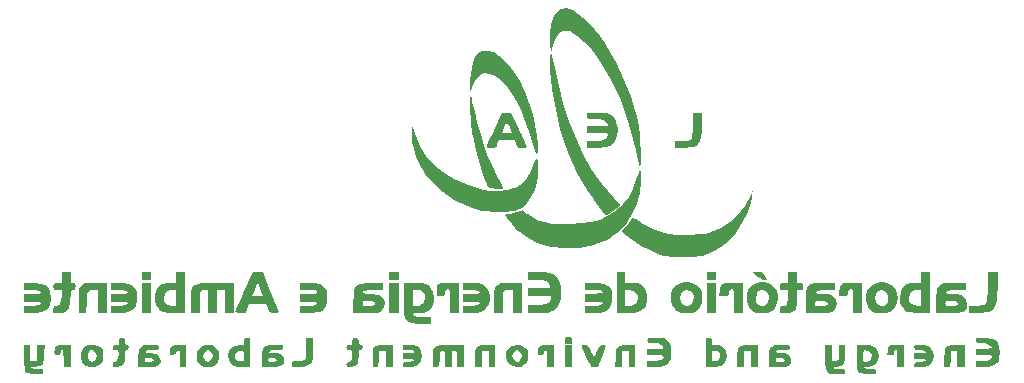
<source format=gbr>
%TF.GenerationSoftware,KiCad,Pcbnew,9.0.4*%
%TF.CreationDate,2025-10-04T22:47:02-03:00*%
%TF.ProjectId,mb,6d622e6b-6963-4616-945f-706362585858,rev?*%
%TF.SameCoordinates,Original*%
%TF.FileFunction,Legend,Bot*%
%TF.FilePolarity,Positive*%
%FSLAX46Y46*%
G04 Gerber Fmt 4.6, Leading zero omitted, Abs format (unit mm)*
G04 Created by KiCad (PCBNEW 9.0.4) date 2025-10-04 22:47:02*
%MOMM*%
%LPD*%
G01*
G04 APERTURE LIST*
%ADD10C,0.000000*%
G04 APERTURE END LIST*
D10*
%TO.C,G\u002A\u002A\u002A*%
G36*
X169074861Y-74171739D02*
G01*
X169074749Y-74228608D01*
X169058393Y-74831026D01*
X169008270Y-75288745D01*
X168915657Y-75623416D01*
X168771829Y-75856693D01*
X168568063Y-76010227D01*
X168295634Y-76105669D01*
X168077540Y-76139509D01*
X167754429Y-76166906D01*
X167403167Y-76180602D01*
X166789333Y-76189297D01*
X166789333Y-75891973D01*
X166789333Y-75594648D01*
X167382000Y-75594648D01*
X167590400Y-75592386D01*
X167880885Y-75567213D01*
X168081103Y-75494145D01*
X168207756Y-75348809D01*
X168277544Y-75106830D01*
X168307170Y-74743836D01*
X168313333Y-74235451D01*
X168313333Y-73216053D01*
X168694333Y-73216053D01*
X169075333Y-73216053D01*
X169074861Y-74171739D01*
G37*
G36*
X149527502Y-71764853D02*
G01*
X149578153Y-71903621D01*
X149645122Y-72184949D01*
X149733855Y-72621404D01*
X149834425Y-73100430D01*
X150068338Y-74049358D01*
X150349423Y-75025681D01*
X150666112Y-75996762D01*
X151006834Y-76929964D01*
X151360018Y-77792649D01*
X151714096Y-78552182D01*
X152057496Y-79175925D01*
X152164405Y-79355009D01*
X152270337Y-79546189D01*
X152311333Y-79640628D01*
X152310457Y-79643324D01*
X152218198Y-79662401D01*
X152003746Y-79667446D01*
X151709437Y-79657289D01*
X151623208Y-79651937D01*
X151302565Y-79616851D01*
X151105386Y-79558672D01*
X150994030Y-79467412D01*
X150881031Y-79263525D01*
X150733526Y-78911270D01*
X150566911Y-78448455D01*
X150389762Y-77903776D01*
X150210654Y-77305933D01*
X150038164Y-76683623D01*
X149880867Y-76065545D01*
X149747340Y-75480397D01*
X149646157Y-74956878D01*
X149610847Y-74734776D01*
X149542400Y-74212027D01*
X149486282Y-73659452D01*
X149445205Y-73116597D01*
X149421882Y-72623007D01*
X149419025Y-72218228D01*
X149439347Y-71941806D01*
X149453373Y-71864736D01*
X149487724Y-71756080D01*
X149527502Y-71764853D01*
G37*
G36*
X156367966Y-68218320D02*
G01*
X156419813Y-68422265D01*
X156615949Y-69446547D01*
X156950897Y-70905792D01*
X157344130Y-72359443D01*
X157774765Y-73725752D01*
X158227488Y-74947783D01*
X158928779Y-76514533D01*
X159721759Y-77946676D01*
X160610605Y-79251540D01*
X161599494Y-80436454D01*
X162169758Y-81054451D01*
X161876046Y-81304020D01*
X161822776Y-81347990D01*
X161548381Y-81550080D01*
X161286000Y-81713508D01*
X161223641Y-81746961D01*
X161048091Y-81838564D01*
X160965913Y-81877182D01*
X160936812Y-81861998D01*
X160815308Y-81740050D01*
X160623991Y-81515799D01*
X160381954Y-81212819D01*
X160108292Y-80854685D01*
X159822099Y-80464972D01*
X159353573Y-79776463D01*
X158529672Y-78345952D01*
X157828086Y-76807664D01*
X157254721Y-75173771D01*
X157098113Y-74619196D01*
X156898078Y-73804737D01*
X156711962Y-72932205D01*
X156545968Y-72038273D01*
X156406301Y-71159614D01*
X156299164Y-70332900D01*
X156230761Y-69594807D01*
X156207297Y-68982005D01*
X156209948Y-68805654D01*
X156230856Y-68477825D01*
X156267892Y-68260836D01*
X156315460Y-68169422D01*
X156367966Y-68218320D01*
G37*
G36*
X153904002Y-75319447D02*
G01*
X154058163Y-75666771D01*
X154167800Y-75916726D01*
X154220196Y-76040635D01*
X154228751Y-76065226D01*
X154224333Y-76144673D01*
X154121917Y-76180771D01*
X153886040Y-76189297D01*
X153732340Y-76187193D01*
X153557157Y-76156688D01*
X153453754Y-76057542D01*
X153359788Y-75849498D01*
X153224281Y-75509699D01*
X152565333Y-75509699D01*
X151906386Y-75509699D01*
X151770879Y-75849498D01*
X151700073Y-76015765D01*
X151609819Y-76135910D01*
X151467081Y-76181885D01*
X151213448Y-76189297D01*
X151083871Y-76192456D01*
X150966190Y-76193474D01*
X150890745Y-76173332D01*
X150861224Y-76112827D01*
X150881313Y-75992758D01*
X150954699Y-75793920D01*
X151085070Y-75497113D01*
X151276113Y-75083132D01*
X151354114Y-74915050D01*
X152148018Y-74915050D01*
X152560570Y-74915050D01*
X152973122Y-74915050D01*
X152791189Y-74451276D01*
X152702641Y-74248378D01*
X152609246Y-74086578D01*
X152550345Y-74047764D01*
X152518175Y-74095602D01*
X152428742Y-74269535D01*
X152319726Y-74511538D01*
X152148018Y-74915050D01*
X151354114Y-74915050D01*
X151531514Y-74532776D01*
X152120390Y-73258528D01*
X152537672Y-73233438D01*
X152954955Y-73208347D01*
X153559282Y-74550160D01*
X153718032Y-74903430D01*
X153723226Y-74915050D01*
X153904002Y-75319447D01*
G37*
G36*
X150965274Y-67959757D02*
G01*
X151441374Y-68099723D01*
X151936517Y-68396633D01*
X152440399Y-68843345D01*
X152942714Y-69432721D01*
X153186290Y-69777916D01*
X153639096Y-70544841D01*
X154058268Y-71412752D01*
X154430674Y-72343643D01*
X154743181Y-73299508D01*
X154982660Y-74242340D01*
X155135976Y-75134134D01*
X155190000Y-75936884D01*
X155182650Y-76237301D01*
X155161779Y-76506765D01*
X155132129Y-76666516D01*
X155129593Y-76672887D01*
X155082044Y-76710097D01*
X155017897Y-76608718D01*
X154928084Y-76354902D01*
X154923544Y-76340521D01*
X154838172Y-76070030D01*
X154718158Y-75689648D01*
X154578798Y-75247865D01*
X154435392Y-74793171D01*
X154361612Y-74567579D01*
X154110790Y-73884986D01*
X153818302Y-73186923D01*
X153501497Y-72509237D01*
X153177726Y-71887775D01*
X152864339Y-71358386D01*
X152578685Y-70956917D01*
X152491471Y-70853138D01*
X152046439Y-70407602D01*
X151594948Y-70084602D01*
X151155173Y-69892595D01*
X150745286Y-69840038D01*
X150383461Y-69935387D01*
X150279137Y-70008843D01*
X150053925Y-70280435D01*
X149810317Y-70713847D01*
X149550987Y-71304682D01*
X149503732Y-71379239D01*
X149466481Y-71323704D01*
X149448352Y-71133953D01*
X149449856Y-70828595D01*
X149471500Y-70426236D01*
X149513795Y-69945485D01*
X149577559Y-69457314D01*
X149706961Y-68884684D01*
X149886888Y-68458690D01*
X150124524Y-68168196D01*
X150427052Y-68002066D01*
X150801657Y-67949163D01*
X150965274Y-67959757D01*
G37*
G36*
X160535445Y-73218243D02*
G01*
X160847627Y-73231623D01*
X161064218Y-73263410D01*
X161227390Y-73320643D01*
X161379313Y-73410361D01*
X161422723Y-73440701D01*
X161680673Y-73691577D01*
X161843630Y-74019602D01*
X161933911Y-74467309D01*
X161948463Y-74692344D01*
X161891580Y-75179397D01*
X161719094Y-75593776D01*
X161444974Y-75908717D01*
X161083184Y-76097459D01*
X161036601Y-76108770D01*
X160791055Y-76143413D01*
X160452450Y-76169343D01*
X160079500Y-76181636D01*
X159338667Y-76189297D01*
X159338667Y-75891973D01*
X159338667Y-75594648D01*
X160004582Y-75594648D01*
X160275181Y-75590700D01*
X160552072Y-75566704D01*
X160742127Y-75512516D01*
X160893582Y-75418583D01*
X160902110Y-75411734D01*
X161053933Y-75241842D01*
X161116667Y-75078784D01*
X161116428Y-75064430D01*
X161098373Y-74996007D01*
X161030290Y-74952350D01*
X160882358Y-74927966D01*
X160624758Y-74917363D01*
X160227667Y-74915050D01*
X159338667Y-74915050D01*
X159338667Y-74617725D01*
X159338667Y-74320401D01*
X160227667Y-74320401D01*
X160512121Y-74317863D01*
X160824661Y-74307875D01*
X161037836Y-74292070D01*
X161116667Y-74272341D01*
X161110745Y-74210581D01*
X160989586Y-74009257D01*
X160724300Y-73856900D01*
X160330926Y-73760296D01*
X159825500Y-73726226D01*
X159780442Y-73726170D01*
X159526012Y-73720481D01*
X159394752Y-73690294D01*
X159345893Y-73614229D01*
X159338667Y-73470903D01*
X159338667Y-73216053D01*
X160215146Y-73216053D01*
X160535445Y-73218243D01*
G37*
G36*
X144623436Y-74429017D02*
G01*
X144703249Y-74654637D01*
X144818800Y-75042475D01*
X144863330Y-75188852D01*
X145230907Y-76065356D01*
X145747271Y-76873199D01*
X146404379Y-77605600D01*
X147194184Y-78255778D01*
X148108641Y-78816951D01*
X149139706Y-79282338D01*
X150279333Y-79645158D01*
X150288996Y-79647659D01*
X151104975Y-79801601D01*
X151880853Y-79837422D01*
X152588636Y-79755958D01*
X153200333Y-79558043D01*
X153399864Y-79458894D01*
X153896292Y-79126566D01*
X154296309Y-78703419D01*
X154620383Y-78164317D01*
X154888982Y-77484123D01*
X154956092Y-77300791D01*
X155040952Y-77128446D01*
X155100270Y-77078130D01*
X155113067Y-77089011D01*
X155172159Y-77238095D01*
X155210754Y-77509744D01*
X155226808Y-77864730D01*
X155218276Y-78263829D01*
X155183114Y-78667812D01*
X155122787Y-79040775D01*
X154925322Y-79746300D01*
X154638074Y-80362575D01*
X154273271Y-80870693D01*
X153843141Y-81251749D01*
X153359911Y-81486836D01*
X153328202Y-81496103D01*
X152969476Y-81562683D01*
X152498301Y-81603450D01*
X151963989Y-81618129D01*
X151415855Y-81606446D01*
X150903210Y-81568126D01*
X150475369Y-81502895D01*
X150115768Y-81417475D01*
X149050036Y-81057433D01*
X148056960Y-80559605D01*
X147151997Y-79935759D01*
X146350605Y-79197666D01*
X145668242Y-78357094D01*
X145120367Y-77425812D01*
X144912194Y-76966996D01*
X144684858Y-76305522D01*
X144561660Y-75652356D01*
X144527730Y-74945263D01*
X144531053Y-74702962D01*
X144544076Y-74455429D01*
X144572624Y-74363364D01*
X144623436Y-74429017D01*
G37*
G36*
X173353155Y-80150412D02*
G01*
X173311140Y-80428130D01*
X173133736Y-81101822D01*
X172855490Y-81820395D01*
X172495386Y-82538488D01*
X172072407Y-83210738D01*
X171937221Y-83393011D01*
X171349067Y-84035426D01*
X170663837Y-84588185D01*
X169918374Y-85024721D01*
X169149523Y-85318462D01*
X169116328Y-85327347D01*
X168836023Y-85380476D01*
X168472519Y-85413090D01*
X167997337Y-85426884D01*
X167382000Y-85423550D01*
X167291407Y-85422035D01*
X166798838Y-85410876D01*
X166428236Y-85393157D01*
X166138632Y-85363256D01*
X165889058Y-85315554D01*
X165638547Y-85244430D01*
X165346128Y-85144265D01*
X165341290Y-85142538D01*
X164660550Y-84855892D01*
X163962928Y-84485830D01*
X163309923Y-84068196D01*
X162763037Y-83638833D01*
X162300049Y-83224799D01*
X162682025Y-82798529D01*
X162873925Y-82577157D01*
X163012098Y-82403885D01*
X163065297Y-82317735D01*
X163073943Y-82280204D01*
X163139947Y-82147033D01*
X163176191Y-82113223D01*
X163277582Y-82117331D01*
X163455373Y-82205170D01*
X163737444Y-82387985D01*
X164084089Y-82610293D01*
X164964013Y-83066094D01*
X165858000Y-83385530D01*
X165952313Y-83408835D01*
X166387221Y-83478326D01*
X166930449Y-83523595D01*
X167536011Y-83544633D01*
X168157922Y-83541430D01*
X168750195Y-83513977D01*
X169266844Y-83462265D01*
X169661884Y-83386285D01*
X169852068Y-83330308D01*
X170723096Y-82973848D01*
X171493419Y-82480812D01*
X172162967Y-81851267D01*
X172731667Y-81085275D01*
X173199450Y-80182902D01*
X173400753Y-79714715D01*
X173353155Y-80150412D01*
G37*
G36*
X163856760Y-78071124D02*
G01*
X163884336Y-78206116D01*
X163903491Y-78456658D01*
X163910667Y-78783848D01*
X163907455Y-78989898D01*
X163804168Y-79965525D01*
X163562810Y-80896063D01*
X163193397Y-81761498D01*
X162705945Y-82541816D01*
X162110468Y-83217003D01*
X161416983Y-83767044D01*
X161387540Y-83785904D01*
X160906162Y-84039760D01*
X160316754Y-84272773D01*
X159676437Y-84464990D01*
X159042333Y-84596461D01*
X158765922Y-84624077D01*
X158366659Y-84643065D01*
X157904589Y-84650820D01*
X157433667Y-84645691D01*
X157173712Y-84637505D01*
X156708272Y-84611332D01*
X156335190Y-84567659D01*
X156001858Y-84499173D01*
X155655667Y-84398561D01*
X154983641Y-84134538D01*
X154279988Y-83754389D01*
X153677763Y-83315435D01*
X153537307Y-83187686D01*
X153290608Y-82940739D01*
X153035857Y-82664751D01*
X152798530Y-82389639D01*
X152604102Y-82145321D01*
X152478049Y-81961714D01*
X152445848Y-81868736D01*
X152516907Y-81823595D01*
X152689787Y-81795986D01*
X152837053Y-81778157D01*
X153105386Y-81718932D01*
X153412199Y-81632577D01*
X153935484Y-81469168D01*
X154304613Y-81751873D01*
X154371660Y-81802558D01*
X154833283Y-82110426D01*
X155301215Y-82339542D01*
X155807106Y-82497642D01*
X156382605Y-82592463D01*
X157059362Y-82631743D01*
X157869027Y-82623217D01*
X158806802Y-82564142D01*
X159669199Y-82441450D01*
X160411417Y-82250312D01*
X161054099Y-81983808D01*
X161617885Y-81635019D01*
X162123417Y-81197026D01*
X162356832Y-80952589D01*
X162867175Y-80309860D01*
X163251027Y-79628619D01*
X163537707Y-78860429D01*
X163607309Y-78636793D01*
X163710001Y-78338646D01*
X163793447Y-78134131D01*
X163844291Y-78058194D01*
X163856760Y-78071124D01*
G37*
G36*
X157643120Y-64383597D02*
G01*
X157896789Y-64420375D01*
X158146092Y-64520229D01*
X158457707Y-64706659D01*
X158619574Y-64820107D01*
X159048990Y-65178886D01*
X159518313Y-65637562D01*
X159996418Y-66162730D01*
X160452176Y-66720983D01*
X160854462Y-67278915D01*
X160858717Y-67285289D01*
X161332061Y-68053418D01*
X161800689Y-68922619D01*
X162250797Y-69859010D01*
X162668582Y-70828706D01*
X163040239Y-71797825D01*
X163351964Y-72732482D01*
X163589954Y-73598793D01*
X163740405Y-74362876D01*
X163762413Y-74533581D01*
X163800120Y-74916011D01*
X163834129Y-75366192D01*
X163862987Y-75850258D01*
X163885239Y-76334338D01*
X163899431Y-76784564D01*
X163904109Y-77167068D01*
X163897819Y-77447980D01*
X163879107Y-77593433D01*
X163841126Y-77672083D01*
X163790181Y-77709315D01*
X163776209Y-77667624D01*
X163731772Y-77484149D01*
X163665051Y-77181390D01*
X163582314Y-76788082D01*
X163489833Y-76332955D01*
X163283442Y-75398223D01*
X162773050Y-73620612D01*
X162121503Y-71925403D01*
X161321794Y-70295495D01*
X160366913Y-68713790D01*
X159995595Y-68197016D01*
X159562667Y-67679195D01*
X159112390Y-67214056D01*
X158665839Y-66820092D01*
X158244087Y-66515795D01*
X157868208Y-66319656D01*
X157559277Y-66250167D01*
X157337950Y-66276440D01*
X157084426Y-66402786D01*
X156868426Y-66648825D01*
X156676428Y-67031284D01*
X156494913Y-67566889D01*
X156421024Y-67808489D01*
X156363743Y-67948728D01*
X156322769Y-67960814D01*
X156284316Y-67864214D01*
X156268098Y-67779815D01*
X156243004Y-67528556D01*
X156224055Y-67184553D01*
X156214440Y-66796522D01*
X156216340Y-66481620D01*
X156259622Y-65896763D01*
X156363691Y-65429248D01*
X156537197Y-65047824D01*
X156788787Y-64721241D01*
X156909309Y-64598211D01*
X157088221Y-64455673D01*
X157272453Y-64394367D01*
X157534431Y-64381271D01*
X157643120Y-64383597D01*
G37*
G36*
X122418060Y-87020666D02*
G01*
X122418060Y-87359333D01*
X122035786Y-87359333D01*
X121653511Y-87359333D01*
X121653511Y-87020666D01*
X121653511Y-86682000D01*
X122035786Y-86682000D01*
X122418060Y-86682000D01*
X122418060Y-87020666D01*
G37*
G36*
X122418060Y-88883333D02*
G01*
X122418060Y-90153333D01*
X122035786Y-90153333D01*
X121653511Y-90153333D01*
X121653511Y-88883333D01*
X121653511Y-87613333D01*
X122035786Y-87613333D01*
X122418060Y-87613333D01*
X122418060Y-88883333D01*
G37*
G36*
X143400669Y-87020666D02*
G01*
X143400669Y-87359333D01*
X142975920Y-87359333D01*
X142551170Y-87359333D01*
X142551170Y-87020666D01*
X142551170Y-86682000D01*
X142975920Y-86682000D01*
X143400669Y-86682000D01*
X143400669Y-87020666D01*
G37*
G36*
X143400669Y-88883333D02*
G01*
X143400669Y-90153333D01*
X142975920Y-90153333D01*
X142551170Y-90153333D01*
X142551170Y-88883333D01*
X142551170Y-87613333D01*
X142975920Y-87613333D01*
X143400669Y-87613333D01*
X143400669Y-88883333D01*
G37*
G36*
X158096990Y-93794000D02*
G01*
X158096990Y-94725333D01*
X157799665Y-94725333D01*
X157502341Y-94725333D01*
X157502341Y-93794000D01*
X157502341Y-92862666D01*
X157799665Y-92862666D01*
X158096990Y-92862666D01*
X158096990Y-93794000D01*
G37*
G36*
X170244816Y-87020666D02*
G01*
X170244816Y-87359333D01*
X169862542Y-87359333D01*
X169480267Y-87359333D01*
X169480267Y-87020666D01*
X169480267Y-86682000D01*
X169862542Y-86682000D01*
X170244816Y-86682000D01*
X170244816Y-87020666D01*
G37*
G36*
X170244816Y-88883333D02*
G01*
X170244816Y-90153333D01*
X169862542Y-90153333D01*
X169480267Y-90153333D01*
X169480267Y-88883333D01*
X169480267Y-87613333D01*
X169862542Y-87613333D01*
X170244816Y-87613333D01*
X170244816Y-88883333D01*
G37*
G36*
X157822296Y-92185370D02*
G01*
X158009646Y-92201602D01*
X158083839Y-92283054D01*
X158096990Y-92481666D01*
X158096953Y-92504222D01*
X158080666Y-92690947D01*
X157998942Y-92764893D01*
X157799665Y-92778000D01*
X157777035Y-92777963D01*
X157589685Y-92761730D01*
X157515491Y-92680278D01*
X157502341Y-92481666D01*
X157502378Y-92459111D01*
X157518664Y-92272386D01*
X157600389Y-92198439D01*
X157799665Y-92185333D01*
X157822296Y-92185370D01*
G37*
G36*
X173891307Y-86684292D02*
G01*
X174108695Y-86710213D01*
X174250190Y-86796545D01*
X174386120Y-86978193D01*
X174430132Y-87047085D01*
X174535230Y-87223996D01*
X174577257Y-87315812D01*
X174531855Y-87343439D01*
X174378824Y-87359333D01*
X174284843Y-87334104D01*
X174087792Y-87236990D01*
X173852392Y-87095545D01*
X173625831Y-86940548D01*
X173455292Y-86802775D01*
X173387960Y-86713007D01*
X173410733Y-86702820D01*
X173556144Y-86688295D01*
X173791471Y-86683048D01*
X173891307Y-86684292D01*
G37*
G36*
X142890970Y-93794000D02*
G01*
X142890970Y-94725333D01*
X142593645Y-94725333D01*
X142296321Y-94725333D01*
X142296321Y-94042635D01*
X142296321Y-93359937D01*
X142020234Y-93386468D01*
X141744147Y-93413000D01*
X141719336Y-94069166D01*
X141694525Y-94725333D01*
X141443249Y-94725333D01*
X141191973Y-94725333D01*
X141191973Y-93925800D01*
X141197330Y-93570201D01*
X141234021Y-93242589D01*
X141328963Y-93035367D01*
X141508853Y-92921197D01*
X141800390Y-92872743D01*
X142230273Y-92862666D01*
X142890970Y-92862666D01*
X142890970Y-93794000D01*
G37*
G36*
X163448829Y-93794000D02*
G01*
X163448829Y-94725333D01*
X163193980Y-94725333D01*
X162939130Y-94725333D01*
X162939130Y-94048000D01*
X162939130Y-93370666D01*
X162641806Y-93370666D01*
X162344481Y-93370666D01*
X162344481Y-94048000D01*
X162344481Y-94725333D01*
X162038705Y-94725333D01*
X161732928Y-94725333D01*
X161762618Y-93955799D01*
X161778632Y-93657039D01*
X161829151Y-93300052D01*
X161932872Y-93068751D01*
X162115583Y-92936506D01*
X162403069Y-92876688D01*
X162821117Y-92862666D01*
X163448829Y-92862666D01*
X163448829Y-93794000D01*
G37*
G36*
X173812709Y-93794000D02*
G01*
X173812709Y-94725333D01*
X173515384Y-94725333D01*
X173218060Y-94725333D01*
X173218060Y-94048000D01*
X173218060Y-93370666D01*
X172920736Y-93370666D01*
X172623411Y-93370666D01*
X172623411Y-94048000D01*
X172623411Y-94725333D01*
X172315696Y-94725333D01*
X172007980Y-94725333D01*
X172045105Y-93951416D01*
X172066341Y-93618972D01*
X172120909Y-93274973D01*
X172228698Y-93054242D01*
X172416822Y-92929879D01*
X172712392Y-92874986D01*
X173142521Y-92862666D01*
X173812709Y-92862666D01*
X173812709Y-93794000D01*
G37*
G36*
X191312374Y-93794000D02*
G01*
X191312374Y-94725333D01*
X191015050Y-94725333D01*
X190717726Y-94725333D01*
X190717726Y-94042635D01*
X190717726Y-93359937D01*
X190441639Y-93386468D01*
X190165552Y-93413000D01*
X190140741Y-94069166D01*
X190115930Y-94725333D01*
X189864654Y-94725333D01*
X189613378Y-94725333D01*
X189613378Y-93925800D01*
X189618735Y-93570201D01*
X189655426Y-93242589D01*
X189750367Y-93035367D01*
X189930257Y-92921197D01*
X190221795Y-92872743D01*
X190651678Y-92862666D01*
X191312374Y-92862666D01*
X191312374Y-93794000D01*
G37*
G36*
X186215384Y-93794000D02*
G01*
X186215384Y-94725333D01*
X185918060Y-94725333D01*
X185620736Y-94725333D01*
X185620736Y-94005666D01*
X185615505Y-93651027D01*
X185596007Y-93428567D01*
X185557016Y-93316724D01*
X185493311Y-93286000D01*
X185410194Y-93327428D01*
X185365886Y-93497666D01*
X185349562Y-93628744D01*
X185263242Y-93694837D01*
X185057376Y-93709333D01*
X184748867Y-93709333D01*
X184796085Y-93358464D01*
X184809052Y-93280470D01*
X184874539Y-93059736D01*
X184955933Y-92936427D01*
X185084886Y-92901434D01*
X185333153Y-92874678D01*
X185641973Y-92863963D01*
X186215384Y-92862666D01*
X186215384Y-93794000D01*
G37*
G36*
X115622073Y-93794000D02*
G01*
X115622073Y-94725333D01*
X115324749Y-94725333D01*
X115027425Y-94725333D01*
X115027425Y-94005666D01*
X115022194Y-93651027D01*
X115002695Y-93428567D01*
X114963705Y-93316724D01*
X114900000Y-93286000D01*
X114816883Y-93327428D01*
X114772575Y-93497666D01*
X114766489Y-93589712D01*
X114699859Y-93686552D01*
X114517726Y-93709333D01*
X114484284Y-93709154D01*
X114335069Y-93688291D01*
X114274371Y-93597651D01*
X114262876Y-93387600D01*
X114266787Y-93262764D01*
X114314152Y-93057370D01*
X114439461Y-92935712D01*
X114672840Y-92877555D01*
X115044414Y-92862666D01*
X115622073Y-92862666D01*
X115622073Y-93794000D01*
G37*
G36*
X125391304Y-93794000D02*
G01*
X125391304Y-94725333D01*
X125136455Y-94725333D01*
X124881605Y-94725333D01*
X124881605Y-93999458D01*
X124880891Y-93808080D01*
X124872553Y-93527617D01*
X124849509Y-93370370D01*
X124805169Y-93305413D01*
X124732943Y-93301823D01*
X124636850Y-93358407D01*
X124557135Y-93519698D01*
X124550047Y-93558423D01*
X124471131Y-93677375D01*
X124281048Y-93709333D01*
X124122267Y-93695132D01*
X124047270Y-93615594D01*
X124032107Y-93419047D01*
X124032491Y-93384545D01*
X124076100Y-93130676D01*
X124209495Y-92970427D01*
X124457564Y-92886768D01*
X124845198Y-92862666D01*
X125391304Y-92862666D01*
X125391304Y-93794000D01*
G37*
G36*
X151555853Y-93794000D02*
G01*
X151555853Y-94725333D01*
X151301003Y-94725333D01*
X151046154Y-94725333D01*
X151046154Y-94048000D01*
X151046154Y-93370666D01*
X150748829Y-93370666D01*
X150451505Y-93370666D01*
X150451505Y-94048000D01*
X150451505Y-94725333D01*
X150154180Y-94725333D01*
X149856856Y-94725333D01*
X149856856Y-94001818D01*
X149857736Y-93808162D01*
X149868756Y-93513238D01*
X149900407Y-93321586D01*
X149962631Y-93188803D01*
X150065369Y-93070484D01*
X150075478Y-93060486D01*
X150203499Y-92955834D01*
X150353178Y-92896027D01*
X150573853Y-92868995D01*
X150914868Y-92862666D01*
X151555853Y-92862666D01*
X151555853Y-93794000D01*
G37*
G36*
X156567893Y-93794000D02*
G01*
X156567893Y-94725333D01*
X156270568Y-94725333D01*
X155973244Y-94725333D01*
X155973244Y-94005666D01*
X155968013Y-93651027D01*
X155948515Y-93428567D01*
X155909525Y-93316724D01*
X155845819Y-93286000D01*
X155762703Y-93327428D01*
X155718394Y-93497666D01*
X155712308Y-93589712D01*
X155645679Y-93686552D01*
X155463545Y-93709333D01*
X155430103Y-93709154D01*
X155280888Y-93688291D01*
X155220191Y-93597651D01*
X155208695Y-93387600D01*
X155212607Y-93262764D01*
X155259971Y-93057370D01*
X155385281Y-92935712D01*
X155618660Y-92877555D01*
X155990234Y-92862666D01*
X156567893Y-92862666D01*
X156567893Y-93794000D01*
G37*
G36*
X118680267Y-88883333D02*
G01*
X118680267Y-90153333D01*
X118297993Y-90153333D01*
X117915719Y-90153333D01*
X117915719Y-89179666D01*
X117915719Y-88206000D01*
X117597157Y-88207296D01*
X117410534Y-88213070D01*
X117234166Y-88249834D01*
X117120278Y-88345211D01*
X117053039Y-88526881D01*
X117016619Y-88822524D01*
X116995187Y-89259820D01*
X116962001Y-90153333D01*
X116631836Y-90153333D01*
X116301672Y-90153333D01*
X116304374Y-89116166D01*
X116312711Y-88609153D01*
X116350921Y-88208786D01*
X116441600Y-87932926D01*
X116607432Y-87758512D01*
X116871105Y-87662483D01*
X117255302Y-87621777D01*
X117782709Y-87613333D01*
X118680267Y-87613333D01*
X118680267Y-88883333D01*
G37*
G36*
X148497659Y-88883333D02*
G01*
X148497659Y-90153333D01*
X148115384Y-90153333D01*
X147733110Y-90153333D01*
X147733110Y-89137333D01*
X147733108Y-89130016D01*
X147726819Y-88737341D01*
X147710063Y-88416725D01*
X147685330Y-88200584D01*
X147655108Y-88121333D01*
X147557121Y-88130415D01*
X147372249Y-88240982D01*
X147308361Y-88469058D01*
X147307901Y-88516224D01*
X147283503Y-88649440D01*
X147186579Y-88703695D01*
X146968562Y-88714000D01*
X146628762Y-88714000D01*
X146628762Y-88296714D01*
X146632099Y-88138469D01*
X146668054Y-87903406D01*
X146765527Y-87750616D01*
X146951482Y-87662844D01*
X147252886Y-87622835D01*
X147696703Y-87613333D01*
X148497659Y-87613333D01*
X148497659Y-88883333D01*
G37*
G36*
X136176923Y-93180166D02*
G01*
X136176750Y-93219398D01*
X136163131Y-93708271D01*
X136122400Y-94061128D01*
X136045387Y-94308327D01*
X135922922Y-94480226D01*
X135745833Y-94607180D01*
X135581509Y-94660509D01*
X135296778Y-94704368D01*
X134969398Y-94722333D01*
X134395986Y-94725333D01*
X134395986Y-94471333D01*
X134396020Y-94444003D01*
X134406892Y-94313340D01*
X134465476Y-94246005D01*
X134612501Y-94221001D01*
X134888695Y-94217333D01*
X135102338Y-94208122D01*
X135347164Y-94171219D01*
X135483344Y-94115733D01*
X135491977Y-94105315D01*
X135543089Y-93937271D01*
X135574554Y-93612726D01*
X135585284Y-93142066D01*
X135585284Y-92270000D01*
X135882608Y-92270000D01*
X136179933Y-92270000D01*
X136176923Y-93180166D01*
G37*
G36*
X172538461Y-88883333D02*
G01*
X172538461Y-90153333D01*
X172156187Y-90153333D01*
X171773913Y-90153333D01*
X171773913Y-89131444D01*
X171772995Y-88717979D01*
X171766716Y-88424884D01*
X171749815Y-88247580D01*
X171717031Y-88158686D01*
X171663105Y-88130823D01*
X171582776Y-88136611D01*
X171536594Y-88145704D01*
X171415800Y-88233172D01*
X171365019Y-88438833D01*
X171351968Y-88548590D01*
X171306168Y-88662239D01*
X171188790Y-88706498D01*
X170950699Y-88714000D01*
X170562999Y-88713999D01*
X170605182Y-88276453D01*
X170623413Y-88122695D01*
X170681852Y-87894854D01*
X170794766Y-87746674D01*
X170990886Y-87661478D01*
X171298945Y-87622590D01*
X171747674Y-87613333D01*
X172538461Y-87613333D01*
X172538461Y-88883333D01*
G37*
G36*
X182647491Y-88883333D02*
G01*
X182647491Y-90153333D01*
X182265217Y-90153333D01*
X181882943Y-90153333D01*
X181882943Y-89131444D01*
X181882025Y-88717979D01*
X181875746Y-88424884D01*
X181858845Y-88247580D01*
X181826062Y-88158686D01*
X181772135Y-88130823D01*
X181691806Y-88136611D01*
X181645624Y-88145704D01*
X181524830Y-88233172D01*
X181474049Y-88438833D01*
X181460998Y-88548590D01*
X181415198Y-88662239D01*
X181297821Y-88706498D01*
X181059729Y-88714000D01*
X180672029Y-88713999D01*
X180714212Y-88276453D01*
X180732443Y-88122695D01*
X180790882Y-87894854D01*
X180903796Y-87746674D01*
X181099916Y-87661478D01*
X181407975Y-87622590D01*
X181856704Y-87613333D01*
X182647491Y-87613333D01*
X182647491Y-88883333D01*
G37*
G36*
X194109517Y-87676833D02*
G01*
X194104774Y-88058282D01*
X194083750Y-88622554D01*
X194043476Y-89053930D01*
X193980235Y-89375448D01*
X193890308Y-89610150D01*
X193769979Y-89781074D01*
X193760138Y-89791508D01*
X193568451Y-89962534D01*
X193393645Y-90072558D01*
X193340909Y-90087284D01*
X193122597Y-90116709D01*
X192805294Y-90138224D01*
X192437960Y-90147966D01*
X191652174Y-90153333D01*
X191652174Y-89868134D01*
X191652174Y-89582935D01*
X192289783Y-89542152D01*
X192418857Y-89533681D01*
X192730833Y-89503750D01*
X192954955Y-89447609D01*
X193105751Y-89341404D01*
X193197748Y-89161282D01*
X193245473Y-88883390D01*
X193263455Y-88483873D01*
X193266221Y-87938877D01*
X193266221Y-86682000D01*
X193690970Y-86682000D01*
X194115719Y-86682000D01*
X194109517Y-87676833D01*
G37*
G36*
X153849498Y-88883333D02*
G01*
X153849498Y-90153333D01*
X153467224Y-90153333D01*
X153084950Y-90153333D01*
X153084950Y-89179666D01*
X153084950Y-88206000D01*
X152762140Y-88206000D01*
X152716361Y-88206981D01*
X152484795Y-88240722D01*
X152337391Y-88307600D01*
X152328758Y-88318017D01*
X152277646Y-88486061D01*
X152246181Y-88810606D01*
X152235451Y-89281266D01*
X152235451Y-90153333D01*
X151846249Y-90153333D01*
X151457046Y-90153333D01*
X151485212Y-89087469D01*
X151485640Y-89071283D01*
X151498646Y-88633984D01*
X151514964Y-88331977D01*
X151541512Y-88132291D01*
X151585210Y-88001958D01*
X151652975Y-87908007D01*
X151751727Y-87817469D01*
X151779358Y-87794180D01*
X151896406Y-87711312D01*
X152030857Y-87658454D01*
X152220827Y-87628946D01*
X152504432Y-87616126D01*
X152919787Y-87613333D01*
X153849498Y-87613333D01*
X153849498Y-88883333D01*
G37*
G36*
X129468896Y-88878201D02*
G01*
X129468896Y-90153333D01*
X129086622Y-90153333D01*
X128704348Y-90153333D01*
X128704348Y-89179666D01*
X128704348Y-88206000D01*
X128364548Y-88206000D01*
X128024749Y-88206000D01*
X128024749Y-89179666D01*
X128024749Y-90153333D01*
X127642475Y-90153333D01*
X127260200Y-90153333D01*
X127260200Y-89179666D01*
X127260200Y-88206000D01*
X127022341Y-88206000D01*
X126939754Y-88208444D01*
X126781450Y-88243882D01*
X126677261Y-88342404D01*
X126616309Y-88530488D01*
X126587716Y-88834615D01*
X126580602Y-89281266D01*
X126580602Y-90153333D01*
X126191399Y-90153333D01*
X125802197Y-90153333D01*
X125830363Y-89097113D01*
X125839230Y-88745171D01*
X125857165Y-88372235D01*
X125900925Y-88095777D01*
X125991068Y-87900909D01*
X126148150Y-87772745D01*
X126392729Y-87696396D01*
X126745359Y-87656976D01*
X127226599Y-87639595D01*
X127857005Y-87629368D01*
X129468896Y-87603069D01*
X129468896Y-88878201D01*
G37*
G36*
X188424080Y-88424952D02*
G01*
X188424080Y-90167904D01*
X187440432Y-90139452D01*
X186456785Y-90111000D01*
X186166185Y-89794743D01*
X185959031Y-89514610D01*
X185860320Y-89202076D01*
X185852948Y-88921830D01*
X185853041Y-88920865D01*
X186640134Y-88920865D01*
X186646797Y-89088828D01*
X186701060Y-89293884D01*
X186828935Y-89428865D01*
X186846371Y-89440209D01*
X187071217Y-89525650D01*
X187338634Y-89560666D01*
X187659532Y-89560666D01*
X187659532Y-88883333D01*
X187659532Y-88206000D01*
X187319732Y-88206000D01*
X187141086Y-88218823D01*
X186858733Y-88330551D01*
X186693772Y-88562438D01*
X186640134Y-88920865D01*
X185853041Y-88920865D01*
X185901497Y-88420181D01*
X186045758Y-88049978D01*
X186295011Y-87799750D01*
X186658536Y-87658025D01*
X187145614Y-87613333D01*
X187659532Y-87613333D01*
X187659532Y-87147666D01*
X187659532Y-86682000D01*
X188041806Y-86682000D01*
X188424080Y-86682000D01*
X188424080Y-88206000D01*
X188424080Y-88424952D01*
G37*
G36*
X164432296Y-89167792D02*
G01*
X164303240Y-89534560D01*
X164101508Y-89838161D01*
X163855196Y-90025910D01*
X163634338Y-90086523D01*
X163248015Y-90132504D01*
X162747993Y-90150019D01*
X161919732Y-90153333D01*
X161919732Y-88417666D01*
X161919732Y-88206000D01*
X162599331Y-88206000D01*
X162599331Y-88883333D01*
X162599331Y-89560666D01*
X162929719Y-89560666D01*
X163094078Y-89550607D01*
X163405826Y-89443475D01*
X163594169Y-89220503D01*
X163657342Y-88883333D01*
X163646536Y-88730334D01*
X163531450Y-88440132D01*
X163291923Y-88264806D01*
X162929719Y-88206000D01*
X162599331Y-88206000D01*
X161919732Y-88206000D01*
X161919732Y-86682000D01*
X162259532Y-86682000D01*
X162599331Y-86682000D01*
X162599331Y-87147666D01*
X162599331Y-87613333D01*
X163113248Y-87613333D01*
X163283159Y-87618936D01*
X163629768Y-87664781D01*
X163884473Y-87745948D01*
X164056478Y-87877976D01*
X164263347Y-88164142D01*
X164409257Y-88518682D01*
X164464496Y-88883333D01*
X164432296Y-89167792D01*
G37*
G36*
X171136087Y-94133814D02*
G01*
X170982514Y-94450310D01*
X170724188Y-94641379D01*
X170567892Y-94676892D01*
X170291777Y-94706561D01*
X169968729Y-94719966D01*
X169395317Y-94725333D01*
X169395317Y-93497666D01*
X169395317Y-93370666D01*
X169905016Y-93370666D01*
X169905016Y-93794000D01*
X169905016Y-94217333D01*
X170204162Y-94217333D01*
X170326986Y-94206836D01*
X170547050Y-94098503D01*
X170639697Y-93889620D01*
X170591774Y-93601100D01*
X170543120Y-93496790D01*
X170423250Y-93395557D01*
X170204443Y-93370666D01*
X169905016Y-93370666D01*
X169395317Y-93370666D01*
X169395317Y-92270000D01*
X169650167Y-92270000D01*
X169818749Y-92285577D01*
X169890810Y-92367238D01*
X169905016Y-92566333D01*
X169907699Y-92703773D01*
X169942925Y-92815344D01*
X170056350Y-92856660D01*
X170293825Y-92862666D01*
X170500923Y-92873324D01*
X170724921Y-92943849D01*
X170930949Y-93110153D01*
X171077267Y-93281126D01*
X171158892Y-93482386D01*
X171179264Y-93768648D01*
X171164960Y-93889620D01*
X171136087Y-94133814D01*
G37*
G36*
X125306354Y-90153333D02*
G01*
X124435618Y-90153016D01*
X124281714Y-90152439D01*
X123903481Y-90142286D01*
X123639141Y-90114639D01*
X123446580Y-90063239D01*
X123283684Y-89981829D01*
X123079522Y-89813001D01*
X122873633Y-89486212D01*
X122770172Y-89096754D01*
X122769009Y-88889478D01*
X123522408Y-88889478D01*
X123550665Y-89131798D01*
X123692307Y-89391333D01*
X123857983Y-89500798D01*
X124202006Y-89560666D01*
X124541806Y-89560666D01*
X124541806Y-88883333D01*
X124541806Y-88206000D01*
X124255938Y-88205999D01*
X124112757Y-88216521D01*
X123801098Y-88334976D01*
X123596158Y-88566895D01*
X123522408Y-88889478D01*
X122769009Y-88889478D01*
X122767862Y-88685098D01*
X122865425Y-88291715D01*
X123061583Y-87957074D01*
X123355058Y-87721648D01*
X123472512Y-87681117D01*
X123743044Y-87633614D01*
X124053344Y-87614581D01*
X124541806Y-87613333D01*
X124541806Y-87147666D01*
X124541806Y-86682000D01*
X124924080Y-86682000D01*
X125306354Y-86682000D01*
X125306354Y-88417666D01*
X125306354Y-89560666D01*
X125306354Y-90153333D01*
G37*
G36*
X118378870Y-94026748D02*
G01*
X118350562Y-94241660D01*
X118278772Y-94387186D01*
X118144594Y-94520997D01*
X118048329Y-94588847D01*
X117718593Y-94705854D01*
X117330776Y-94726522D01*
X116948395Y-94644304D01*
X116796195Y-94556062D01*
X116602707Y-94311674D01*
X116497514Y-93987125D01*
X116493848Y-93721032D01*
X117078368Y-93721032D01*
X117088639Y-93964955D01*
X117199713Y-94168952D01*
X117299249Y-94246484D01*
X117448495Y-94302000D01*
X117631892Y-94228272D01*
X117774055Y-94040353D01*
X117830769Y-93794000D01*
X117775289Y-93550285D01*
X117633878Y-93361366D01*
X117448495Y-93286000D01*
X117299265Y-93329790D01*
X117153657Y-93491278D01*
X117078368Y-93721032D01*
X116493848Y-93721032D01*
X116492582Y-93629105D01*
X116599876Y-93284305D01*
X116662754Y-93176267D01*
X116845069Y-92988192D01*
X117103232Y-92890585D01*
X117480648Y-92862666D01*
X117664189Y-92869351D01*
X117928271Y-92928120D01*
X118144594Y-93067002D01*
X118249142Y-93165562D01*
X118336081Y-93302170D01*
X118374379Y-93492425D01*
X118382943Y-93794000D01*
X118378870Y-94026748D01*
G37*
G36*
X160728152Y-92862999D02*
G01*
X160910713Y-92882386D01*
X160985284Y-92922457D01*
X160962948Y-92996910D01*
X160886844Y-93200494D01*
X160769510Y-93496893D01*
X160624247Y-93851864D01*
X160263210Y-94721481D01*
X159959287Y-94723407D01*
X159866589Y-94722731D01*
X159754900Y-94704068D01*
X159663802Y-94639834D01*
X159571115Y-94502641D01*
X159454656Y-94265103D01*
X159292244Y-93899833D01*
X159177362Y-93638215D01*
X159038653Y-93321008D01*
X158935384Y-93083245D01*
X158884016Y-92962716D01*
X158876519Y-92921963D01*
X158947411Y-92875523D01*
X159157676Y-92878050D01*
X159212135Y-92883045D01*
X159367070Y-92913578D01*
X159475270Y-92991116D01*
X159572435Y-93152751D01*
X159694265Y-93435576D01*
X159699779Y-93448943D01*
X159815084Y-93700605D01*
X159911343Y-93862897D01*
X159968215Y-93901243D01*
X160014625Y-93818868D01*
X160106776Y-93616747D01*
X160217356Y-93349500D01*
X160220893Y-93340583D01*
X160332973Y-93075937D01*
X160425452Y-92932761D01*
X160534885Y-92874017D01*
X160697826Y-92862666D01*
X160728152Y-92862999D01*
G37*
G36*
X180098996Y-93545364D02*
G01*
X180098996Y-94228062D01*
X180375083Y-94201531D01*
X180651170Y-94175000D01*
X180675981Y-93518833D01*
X180700792Y-92862666D01*
X180952068Y-92862666D01*
X181203344Y-92862666D01*
X181203344Y-93608484D01*
X181202319Y-93778004D01*
X181182567Y-94163869D01*
X181124065Y-94420322D01*
X181009166Y-94576512D01*
X180820220Y-94661583D01*
X180539579Y-94704684D01*
X180273380Y-94745241D01*
X180160603Y-94795195D01*
X180199629Y-94843604D01*
X180381850Y-94880187D01*
X180698659Y-94894666D01*
X180707683Y-94894667D01*
X180984661Y-94899563D01*
X181132874Y-94925264D01*
X181192407Y-94988584D01*
X181203344Y-95106333D01*
X181199964Y-95190169D01*
X181167027Y-95262886D01*
X181069439Y-95300967D01*
X180872118Y-95315607D01*
X180539982Y-95318000D01*
X180206041Y-95314916D01*
X179931046Y-95289509D01*
X179744981Y-95217285D01*
X179629288Y-95073751D01*
X179565406Y-94834411D01*
X179534774Y-94474772D01*
X179518834Y-93970337D01*
X179490846Y-92862666D01*
X179794921Y-92862666D01*
X180098996Y-92862666D01*
X180098996Y-93545364D01*
G37*
G36*
X130828093Y-94725333D02*
G01*
X130237442Y-94725333D01*
X130201075Y-94725239D01*
X129761341Y-94700664D01*
X129451742Y-94623331D01*
X129239220Y-94479719D01*
X129090716Y-94256306D01*
X129050202Y-94163122D01*
X128972553Y-93794000D01*
X129553846Y-93794000D01*
X129577288Y-93957412D01*
X129655786Y-94115733D01*
X129658132Y-94118002D01*
X129812956Y-94188234D01*
X130038060Y-94217333D01*
X130187084Y-94212486D01*
X130279336Y-94169455D01*
X130313455Y-94044533D01*
X130318394Y-93794000D01*
X130315185Y-93568958D01*
X130286689Y-93429648D01*
X130203965Y-93378125D01*
X130038060Y-93370666D01*
X129785459Y-93406002D01*
X129609831Y-93543415D01*
X129553846Y-93794000D01*
X128972553Y-93794000D01*
X128965243Y-93759252D01*
X129030469Y-93403161D01*
X129230592Y-93118960D01*
X129550323Y-92930758D01*
X129974376Y-92862666D01*
X130081882Y-92861909D01*
X130245740Y-92839799D01*
X130308346Y-92755255D01*
X130318394Y-92566333D01*
X130331792Y-92370309D01*
X130402020Y-92286519D01*
X130573244Y-92270000D01*
X130828093Y-92270000D01*
X130828093Y-93497666D01*
X130828093Y-93794000D01*
X130828093Y-94725333D01*
G37*
G36*
X154390602Y-93909731D02*
G01*
X154364797Y-94147812D01*
X154283856Y-94314834D01*
X154119344Y-94482642D01*
X153958978Y-94608161D01*
X153735636Y-94701252D01*
X153434865Y-94725333D01*
X153146579Y-94692635D01*
X152799735Y-94535150D01*
X152564387Y-94268448D01*
X152458508Y-93916059D01*
X152470747Y-93794000D01*
X153000000Y-93794000D01*
X153042625Y-93948352D01*
X153169899Y-94132666D01*
X153315504Y-94246111D01*
X153462407Y-94302000D01*
X153521714Y-94287344D01*
X153670192Y-94167369D01*
X153796266Y-93980858D01*
X153849498Y-93794000D01*
X153838331Y-93716168D01*
X153746911Y-93521312D01*
X153604791Y-93355859D01*
X153462407Y-93286000D01*
X153393750Y-93298864D01*
X153214103Y-93415796D01*
X153063301Y-93602321D01*
X153000000Y-93794000D01*
X152470747Y-93794000D01*
X152500074Y-93501517D01*
X152522486Y-93430020D01*
X152712923Y-93116276D01*
X153018112Y-92926432D01*
X153434865Y-92862666D01*
X153660770Y-92874105D01*
X153897383Y-92944097D01*
X154119344Y-93105357D01*
X154189378Y-93169799D01*
X154320829Y-93329085D01*
X154378849Y-93513203D01*
X154391870Y-93794000D01*
X154390602Y-93909731D01*
G37*
G36*
X112657677Y-87619471D02*
G01*
X113162749Y-87685677D01*
X113531188Y-87833759D01*
X113777008Y-88075124D01*
X113914223Y-88421179D01*
X113956847Y-88883333D01*
X113952957Y-89017856D01*
X113867527Y-89472252D01*
X113676146Y-89814683D01*
X113386643Y-90029410D01*
X113383908Y-90030582D01*
X113151731Y-90090842D01*
X112809379Y-90133070D01*
X112415217Y-90150019D01*
X111714381Y-90153333D01*
X111714381Y-89857000D01*
X111714381Y-89560666D01*
X112334515Y-89560666D01*
X112538024Y-89556627D01*
X112890071Y-89515783D01*
X113093245Y-89428022D01*
X113158528Y-89289733D01*
X113146132Y-89277240D01*
X113012315Y-89248990D01*
X112762757Y-89229357D01*
X112436455Y-89222000D01*
X111714381Y-89222000D01*
X111714381Y-88883333D01*
X111714381Y-88544666D01*
X112436455Y-88544666D01*
X112556324Y-88543610D01*
X112866893Y-88529149D01*
X113079622Y-88500915D01*
X113158528Y-88462978D01*
X113140008Y-88401154D01*
X112986185Y-88296112D01*
X112691071Y-88229372D01*
X112272140Y-88206000D01*
X111714381Y-88206000D01*
X111714381Y-87909666D01*
X111714381Y-87613333D01*
X112396708Y-87613333D01*
X112657677Y-87619471D01*
G37*
G36*
X112224080Y-93540000D02*
G01*
X112224080Y-94217333D01*
X112521404Y-94217333D01*
X112818729Y-94217333D01*
X112818729Y-93540000D01*
X112818729Y-92862666D01*
X113124506Y-92862666D01*
X113430282Y-92862666D01*
X113400593Y-93632200D01*
X113390502Y-93862391D01*
X113367669Y-94157825D01*
X113329950Y-94346530D01*
X113267470Y-94468451D01*
X113170355Y-94563534D01*
X112964307Y-94671657D01*
X112591930Y-94725333D01*
X112490105Y-94727784D01*
X112306416Y-94755821D01*
X112266555Y-94810000D01*
X112341103Y-94847153D01*
X112545504Y-94881438D01*
X112823742Y-94894666D01*
X112832767Y-94894667D01*
X113109744Y-94899563D01*
X113257958Y-94925264D01*
X113317491Y-94988584D01*
X113328428Y-95106333D01*
X113325535Y-95186072D01*
X113294314Y-95261033D01*
X113199371Y-95300345D01*
X113005316Y-95315502D01*
X112676756Y-95318000D01*
X112361004Y-95314478D01*
X112092144Y-95287531D01*
X111910529Y-95212830D01*
X111799053Y-95066062D01*
X111740608Y-94822912D01*
X111718087Y-94459067D01*
X111714381Y-93950211D01*
X111714381Y-92862666D01*
X111969231Y-92862666D01*
X112224080Y-92862666D01*
X112224080Y-93540000D01*
G37*
G36*
X120051482Y-87623538D02*
G01*
X120532948Y-87693950D01*
X120879774Y-87842278D01*
X121107842Y-88081380D01*
X121233036Y-88424113D01*
X121271237Y-88883333D01*
X121257157Y-89182977D01*
X121167044Y-89569239D01*
X120982674Y-89843185D01*
X120691414Y-90029793D01*
X120686812Y-90031752D01*
X120454548Y-90091361D01*
X120113042Y-90133203D01*
X119720903Y-90150019D01*
X119020067Y-90153333D01*
X119020067Y-89857000D01*
X119020067Y-89560666D01*
X119640200Y-89560666D01*
X119843709Y-89556627D01*
X120195757Y-89515783D01*
X120398930Y-89428022D01*
X120464214Y-89289733D01*
X120451817Y-89277240D01*
X120318000Y-89248990D01*
X120068442Y-89229357D01*
X119742140Y-89222000D01*
X119020067Y-89222000D01*
X119020067Y-88883333D01*
X119020067Y-88544666D01*
X119742140Y-88544666D01*
X119875318Y-88543503D01*
X120176485Y-88530951D01*
X120385782Y-88507541D01*
X120464214Y-88476933D01*
X120451930Y-88410020D01*
X120327708Y-88294267D01*
X120060792Y-88227465D01*
X119640200Y-88206000D01*
X119020067Y-88206000D01*
X119020067Y-87909666D01*
X119020067Y-87613333D01*
X119702394Y-87613333D01*
X120051482Y-87623538D01*
G37*
G36*
X149580769Y-87613649D02*
G01*
X149887954Y-87618175D01*
X150197535Y-87642648D01*
X150420667Y-87695532D01*
X150605279Y-87784837D01*
X150795102Y-87937590D01*
X151007670Y-88258543D01*
X151116299Y-88642762D01*
X151122241Y-89049882D01*
X151026747Y-89439543D01*
X150831068Y-89771381D01*
X150536455Y-90005035D01*
X150347663Y-90076384D01*
X150007388Y-90134873D01*
X149538294Y-90153201D01*
X148837458Y-90153333D01*
X148837458Y-89857000D01*
X148837458Y-89560666D01*
X149457592Y-89560666D01*
X149661100Y-89556627D01*
X150013148Y-89515783D01*
X150216322Y-89428022D01*
X150281605Y-89289733D01*
X150269208Y-89277240D01*
X150135391Y-89248990D01*
X149885834Y-89229357D01*
X149559532Y-89222000D01*
X148837458Y-89222000D01*
X148837458Y-88883333D01*
X148837458Y-88544666D01*
X149559532Y-88544666D01*
X149692710Y-88543503D01*
X149993876Y-88530951D01*
X150203173Y-88507541D01*
X150281605Y-88476933D01*
X150269321Y-88410020D01*
X150145099Y-88294267D01*
X149878184Y-88227465D01*
X149457592Y-88206000D01*
X148837458Y-88206000D01*
X148837458Y-87909666D01*
X148837458Y-87613333D01*
X149580769Y-87613649D01*
G37*
G36*
X148922408Y-93794000D02*
G01*
X148922408Y-94725333D01*
X148625083Y-94725333D01*
X148327759Y-94725333D01*
X148327759Y-94048000D01*
X148326470Y-93762545D01*
X148315424Y-93539275D01*
X148283782Y-93422571D01*
X148220713Y-93377884D01*
X148115384Y-93370666D01*
X148025882Y-93374776D01*
X147955876Y-93410007D01*
X147919284Y-93510922D01*
X147905273Y-93712070D01*
X147903010Y-94048000D01*
X147903010Y-94725333D01*
X147605685Y-94725333D01*
X147308361Y-94725333D01*
X147308361Y-94048000D01*
X147307108Y-93769114D01*
X147296255Y-93542985D01*
X147265143Y-93424226D01*
X147203127Y-93378300D01*
X147099560Y-93370666D01*
X147025342Y-93373638D01*
X146948482Y-93405632D01*
X146904610Y-93501809D01*
X146881257Y-93697198D01*
X146865948Y-94026833D01*
X146841137Y-94683000D01*
X146565050Y-94709531D01*
X146288963Y-94736062D01*
X146290264Y-93989864D01*
X146291649Y-93846409D01*
X146303825Y-93519784D01*
X146325734Y-93272887D01*
X146353976Y-93150508D01*
X146466893Y-93035987D01*
X146649289Y-92952827D01*
X146924439Y-92899479D01*
X147317829Y-92871055D01*
X147854950Y-92862666D01*
X148922408Y-92862666D01*
X148922408Y-93794000D01*
G37*
G36*
X175552967Y-88938030D02*
G01*
X175475279Y-89342341D01*
X175293425Y-89704128D01*
X175016131Y-89987417D01*
X174652126Y-90156237D01*
X174650508Y-90156633D01*
X174367030Y-90190292D01*
X174026141Y-90183006D01*
X173703036Y-90140396D01*
X173472909Y-90068084D01*
X173164067Y-89814304D01*
X172955291Y-89461827D01*
X172853890Y-89053309D01*
X172858076Y-88883333D01*
X173642809Y-88883333D01*
X173642875Y-88892966D01*
X173683051Y-89156300D01*
X173775051Y-89372494D01*
X173915130Y-89501192D01*
X174186634Y-89560666D01*
X174287719Y-89554977D01*
X174545882Y-89455704D01*
X174697568Y-89228721D01*
X174747157Y-88868622D01*
X174743154Y-88757770D01*
X174662276Y-88447358D01*
X174473530Y-88265371D01*
X174171874Y-88206000D01*
X174115158Y-88208673D01*
X173861954Y-88308403D01*
X173699898Y-88539186D01*
X173642809Y-88883333D01*
X172858076Y-88883333D01*
X172864317Y-88629878D01*
X172991025Y-88232660D01*
X173238466Y-87902781D01*
X173540038Y-87702251D01*
X173964340Y-87576050D01*
X174412878Y-87572858D01*
X174837896Y-87691946D01*
X175191633Y-87932584D01*
X175360931Y-88145723D01*
X175517760Y-88527166D01*
X175547019Y-88868622D01*
X175552967Y-88938030D01*
G37*
G36*
X185593805Y-89293884D02*
G01*
X185417637Y-89686603D01*
X185135272Y-89983159D01*
X184761156Y-90156237D01*
X184759538Y-90156633D01*
X184476060Y-90190292D01*
X184135172Y-90183006D01*
X183812066Y-90140396D01*
X183581940Y-90068084D01*
X183563823Y-90058089D01*
X183255679Y-89792530D01*
X183045509Y-89421108D01*
X182949116Y-88984528D01*
X182955342Y-88898044D01*
X183751839Y-88898044D01*
X183788743Y-89219332D01*
X183907190Y-89420544D01*
X184085256Y-89516316D01*
X184327123Y-89560666D01*
X184383838Y-89557993D01*
X184637042Y-89458263D01*
X184799098Y-89227480D01*
X184856187Y-88883333D01*
X184854038Y-88808330D01*
X184775388Y-88482500D01*
X184591298Y-88277324D01*
X184312362Y-88206000D01*
X184211277Y-88211689D01*
X183953115Y-88310962D01*
X183801428Y-88537945D01*
X183751839Y-88898044D01*
X182955342Y-88898044D01*
X182982304Y-88523500D01*
X183133322Y-88153948D01*
X183394753Y-87863448D01*
X183731890Y-87669806D01*
X184113916Y-87572891D01*
X184510019Y-87572574D01*
X184889383Y-87668724D01*
X185221194Y-87861210D01*
X185474638Y-88149901D01*
X185618901Y-88534668D01*
X185649327Y-88832313D01*
X185643190Y-88883333D01*
X185593805Y-89293884D01*
G37*
G36*
X169098154Y-89285087D02*
G01*
X168953272Y-89676708D01*
X168686001Y-89959209D01*
X168290970Y-90141684D01*
X168133521Y-90175327D01*
X167737044Y-90189452D01*
X167333638Y-90130336D01*
X167006999Y-90006773D01*
X166777969Y-89817504D01*
X166569039Y-89480349D01*
X166464477Y-89079651D01*
X166466199Y-88883333D01*
X167248404Y-88883333D01*
X167284680Y-89161781D01*
X167400579Y-89393075D01*
X167527844Y-89491533D01*
X167785484Y-89561703D01*
X168046609Y-89521474D01*
X168243678Y-89372494D01*
X168247869Y-89366380D01*
X168338449Y-89146046D01*
X168375920Y-88883333D01*
X168373770Y-88808330D01*
X168295120Y-88482500D01*
X168111030Y-88277324D01*
X167832095Y-88206000D01*
X167756037Y-88209512D01*
X167478982Y-88308037D01*
X167307289Y-88535524D01*
X167248404Y-88883333D01*
X166466199Y-88883333D01*
X166468177Y-88657902D01*
X166584031Y-88257591D01*
X166815932Y-87921212D01*
X167122192Y-87704686D01*
X167539335Y-87574379D01*
X167987392Y-87565088D01*
X168419499Y-87677067D01*
X168788790Y-87910569D01*
X168939903Y-88060152D01*
X169042261Y-88217618D01*
X169095108Y-88421109D01*
X169123564Y-88732280D01*
X169126023Y-88775249D01*
X169120115Y-88883333D01*
X169098154Y-89285087D01*
G37*
G36*
X160312984Y-87625181D02*
G01*
X160783018Y-87696651D01*
X161119543Y-87844638D01*
X161339249Y-88082707D01*
X161458832Y-88424417D01*
X161494983Y-88883333D01*
X161487382Y-89108213D01*
X161410243Y-89518623D01*
X161240956Y-89811880D01*
X160968456Y-90011701D01*
X160805017Y-90071722D01*
X160446916Y-90131225D01*
X159944649Y-90151405D01*
X159201338Y-90153333D01*
X159201338Y-89857000D01*
X159201338Y-89560666D01*
X159832393Y-89560666D01*
X159964915Y-89559686D01*
X160282422Y-89541734D01*
X160484719Y-89495247D01*
X160612485Y-89412500D01*
X160614101Y-89410891D01*
X160673173Y-89341730D01*
X160665128Y-89297081D01*
X160564280Y-89269923D01*
X160344942Y-89253232D01*
X159981429Y-89239989D01*
X159201338Y-89215645D01*
X159201338Y-88883333D01*
X159201338Y-88551021D01*
X159981429Y-88526677D01*
X159989895Y-88526412D01*
X160350409Y-88513169D01*
X160567239Y-88496344D01*
X160666071Y-88468917D01*
X160672591Y-88423865D01*
X160612485Y-88354166D01*
X160577245Y-88323283D01*
X160430064Y-88252974D01*
X160195340Y-88216456D01*
X159832393Y-88205999D01*
X159201338Y-88206000D01*
X159201338Y-87909666D01*
X159201338Y-87613333D01*
X159931810Y-87613333D01*
X160312984Y-87625181D01*
G37*
G36*
X120123097Y-92285577D02*
G01*
X120195157Y-92367238D01*
X120209364Y-92566333D01*
X120214918Y-92700111D01*
X120262166Y-92829518D01*
X120379264Y-92862666D01*
X120509344Y-92908352D01*
X120549164Y-93074333D01*
X120512493Y-93236391D01*
X120379264Y-93286000D01*
X120291676Y-93300771D01*
X120238246Y-93372453D01*
X120214660Y-93538501D01*
X120209364Y-93836333D01*
X120208873Y-93920640D01*
X120190884Y-94223199D01*
X120138344Y-94418342D01*
X120039465Y-94556000D01*
X119873789Y-94665464D01*
X119529766Y-94725333D01*
X119500174Y-94725257D01*
X119295995Y-94710652D01*
X119208513Y-94650039D01*
X119189966Y-94513666D01*
X119225543Y-94353185D01*
X119356877Y-94302000D01*
X119366244Y-94301848D01*
X119547046Y-94218264D01*
X119660402Y-93990049D01*
X119699665Y-93630232D01*
X119699155Y-93547773D01*
X119680181Y-93370228D01*
X119607289Y-93299028D01*
X119444816Y-93286000D01*
X119333992Y-93280945D01*
X119217395Y-93225605D01*
X119189966Y-93074333D01*
X119196052Y-92982287D01*
X119262682Y-92885447D01*
X119444816Y-92862666D01*
X119613398Y-92847088D01*
X119685458Y-92765428D01*
X119699665Y-92566333D01*
X119713062Y-92370309D01*
X119783291Y-92286519D01*
X119954515Y-92270000D01*
X120123097Y-92285577D01*
G37*
G36*
X139916408Y-92285577D02*
G01*
X139988468Y-92367238D01*
X140002675Y-92566333D01*
X140008229Y-92700111D01*
X140055477Y-92829518D01*
X140172575Y-92862666D01*
X140302655Y-92908352D01*
X140342475Y-93074333D01*
X140305804Y-93236391D01*
X140172575Y-93286000D01*
X140172217Y-93286000D01*
X140081352Y-93302856D01*
X140030225Y-93377952D01*
X140007708Y-93548281D01*
X140002675Y-93850833D01*
X139993953Y-94133286D01*
X139949730Y-94405474D01*
X139862084Y-94570499D01*
X139683093Y-94681468D01*
X139352385Y-94725333D01*
X139271309Y-94724815D01*
X139080490Y-94707526D01*
X138999880Y-94645975D01*
X138983277Y-94513666D01*
X139013440Y-94362260D01*
X139136187Y-94302000D01*
X139159559Y-94301460D01*
X139350278Y-94231095D01*
X139458673Y-94032762D01*
X139492976Y-93692400D01*
X139490720Y-93508906D01*
X139466125Y-93355365D01*
X139391240Y-93295915D01*
X139238127Y-93286000D01*
X139127303Y-93280945D01*
X139010706Y-93225605D01*
X138983277Y-93074333D01*
X138989363Y-92982287D01*
X139055993Y-92885447D01*
X139238127Y-92862666D01*
X139406709Y-92847088D01*
X139478770Y-92765428D01*
X139492976Y-92566333D01*
X139506374Y-92370309D01*
X139576602Y-92286519D01*
X139747826Y-92270000D01*
X139916408Y-92285577D01*
G37*
G36*
X177125752Y-87147666D02*
G01*
X177125753Y-87154787D01*
X177130294Y-87417920D01*
X177159076Y-87554269D01*
X177234908Y-87605513D01*
X177380602Y-87613333D01*
X177549184Y-87628911D01*
X177621244Y-87710571D01*
X177635451Y-87909666D01*
X177622054Y-88105690D01*
X177551825Y-88189480D01*
X177380602Y-88206000D01*
X177125752Y-88206000D01*
X177125752Y-88971848D01*
X177124164Y-89239047D01*
X177111734Y-89520376D01*
X177079164Y-89703595D01*
X177017363Y-89831156D01*
X176917239Y-89945515D01*
X176862940Y-89996559D01*
X176709371Y-90095163D01*
X176506771Y-90141667D01*
X176195165Y-90153333D01*
X175681605Y-90153333D01*
X175681605Y-89862110D01*
X175681789Y-89820591D01*
X175702003Y-89649502D01*
X175791344Y-89574238D01*
X176000167Y-89544610D01*
X176318729Y-89518333D01*
X176343540Y-88862166D01*
X176368350Y-88205999D01*
X176024978Y-88206000D01*
X175918575Y-88205257D01*
X175754434Y-88183222D01*
X175691689Y-88098711D01*
X175681605Y-87909666D01*
X175682365Y-87822225D01*
X175707157Y-87677696D01*
X175803843Y-87622304D01*
X176021404Y-87613333D01*
X176361204Y-87613333D01*
X176361204Y-87147666D01*
X176361204Y-86682000D01*
X176743478Y-86682000D01*
X177125752Y-86682000D01*
X177125752Y-87147666D01*
G37*
G36*
X132778385Y-88849536D02*
G01*
X132959269Y-89280141D01*
X133106370Y-89633799D01*
X133208751Y-89884234D01*
X133255469Y-90005166D01*
X133264282Y-90037843D01*
X133247305Y-90111546D01*
X133132553Y-90145272D01*
X132884155Y-90153333D01*
X132662776Y-90149243D01*
X132507987Y-90110848D01*
X132412968Y-89997658D01*
X132318013Y-89769156D01*
X132170804Y-89384980D01*
X131442592Y-89409323D01*
X130714380Y-89433666D01*
X130594258Y-89793500D01*
X130474136Y-90153333D01*
X130006912Y-90153333D01*
X129814064Y-90146542D01*
X129628441Y-90119809D01*
X129568004Y-90079731D01*
X129575077Y-90062451D01*
X129636584Y-89917127D01*
X129751264Y-89648375D01*
X129908908Y-89280056D01*
X130099307Y-88836031D01*
X130151712Y-88714000D01*
X131010618Y-88714000D01*
X131462140Y-88714000D01*
X131913662Y-88714000D01*
X131690114Y-88119315D01*
X131664234Y-88051713D01*
X131557952Y-87800914D01*
X131475596Y-87648161D01*
X131433212Y-87624362D01*
X131396578Y-87724309D01*
X131312931Y-87942905D01*
X131205238Y-88219046D01*
X131010618Y-88714000D01*
X130151712Y-88714000D01*
X130312254Y-88340161D01*
X131028186Y-86674195D01*
X131451845Y-86699263D01*
X131875503Y-86724333D01*
X132541677Y-88290666D01*
X132574661Y-88368263D01*
X132721012Y-88714000D01*
X132778385Y-88849536D01*
G37*
G36*
X128194575Y-93821197D02*
G01*
X128174902Y-94100495D01*
X128101356Y-94294039D01*
X127946334Y-94477846D01*
X127942916Y-94481246D01*
X127756037Y-94635801D01*
X127557059Y-94707688D01*
X127268075Y-94725333D01*
X127001902Y-94710454D01*
X126778089Y-94639271D01*
X126565605Y-94482642D01*
X126495571Y-94418200D01*
X126364120Y-94258914D01*
X126306101Y-94074796D01*
X126293079Y-93794000D01*
X126293285Y-93775161D01*
X126835451Y-93775161D01*
X126866662Y-93916405D01*
X126967693Y-94113827D01*
X127086094Y-94238359D01*
X127222543Y-94302000D01*
X127291199Y-94289135D01*
X127470847Y-94172203D01*
X127621648Y-93985678D01*
X127684950Y-93794000D01*
X127666427Y-93702448D01*
X127560160Y-93514564D01*
X127406575Y-93354010D01*
X127260200Y-93286000D01*
X127184822Y-93308504D01*
X127028716Y-93433368D01*
X126893265Y-93610796D01*
X126835451Y-93775161D01*
X126293285Y-93775161D01*
X126294347Y-93678268D01*
X126320152Y-93440187D01*
X126401094Y-93273165D01*
X126565605Y-93105357D01*
X126750092Y-92964541D01*
X126967397Y-92883326D01*
X127268075Y-92862666D01*
X127273986Y-92862670D01*
X127560855Y-92880978D01*
X127759002Y-92953997D01*
X127946334Y-93110153D01*
X127961769Y-93125666D01*
X128109548Y-93307525D01*
X128177974Y-93504963D01*
X128194649Y-93794000D01*
X128194575Y-93821197D01*
G37*
G36*
X144330980Y-92876813D02*
G01*
X144632345Y-92904974D01*
X144982088Y-92995423D01*
X145204011Y-93160285D01*
X145320644Y-93419748D01*
X145354515Y-93794000D01*
X145353916Y-93846163D01*
X145294387Y-94231020D01*
X145128777Y-94497152D01*
X144844816Y-94665539D01*
X144751745Y-94684826D01*
X144519554Y-94707214D01*
X144228930Y-94718649D01*
X143962053Y-94717990D01*
X143811804Y-94695096D01*
X143751516Y-94632684D01*
X143740468Y-94513666D01*
X143758969Y-94377720D01*
X143848855Y-94315139D01*
X144059030Y-94300843D01*
X144083269Y-94300616D01*
X144352716Y-94283717D01*
X144568729Y-94248635D01*
X144637381Y-94228088D01*
X144755165Y-94162138D01*
X144720831Y-94104434D01*
X144547969Y-94063535D01*
X144250167Y-94048000D01*
X143740468Y-94048000D01*
X143740468Y-93794000D01*
X143740468Y-93540000D01*
X144250167Y-93540000D01*
X144353908Y-93538447D01*
X144614859Y-93514228D01*
X144746707Y-93467268D01*
X144735860Y-93406127D01*
X144568729Y-93339364D01*
X144553622Y-93335561D01*
X144327496Y-93301698D01*
X144059030Y-93287156D01*
X144058082Y-93287152D01*
X143848777Y-93273187D01*
X143759332Y-93210529D01*
X143740468Y-93064778D01*
X143741614Y-92993610D01*
X143764420Y-92908420D01*
X143845508Y-92868433D01*
X144021991Y-92861835D01*
X144330980Y-92876813D01*
G37*
G36*
X193245798Y-92277994D02*
G01*
X193675201Y-92337625D01*
X193973234Y-92471508D01*
X194160548Y-92698496D01*
X194257793Y-93037447D01*
X194285618Y-93507216D01*
X194285587Y-93529007D01*
X194265959Y-93921816D01*
X194197002Y-94194727D01*
X194059493Y-94392580D01*
X193834210Y-94560214D01*
X193801429Y-94579327D01*
X193586906Y-94666078D01*
X193304970Y-94711659D01*
X192905184Y-94725016D01*
X192246823Y-94725333D01*
X192246823Y-94471333D01*
X192246823Y-94217333D01*
X192798996Y-94217333D01*
X192883585Y-94216843D01*
X193187156Y-94198914D01*
X193382952Y-94146549D01*
X193521070Y-94048000D01*
X193640434Y-93912751D01*
X193672077Y-93809402D01*
X193581103Y-93747428D01*
X193351910Y-93717262D01*
X192968896Y-93709333D01*
X192246823Y-93709333D01*
X192246823Y-93458629D01*
X192246823Y-93207925D01*
X192990134Y-93183462D01*
X193733445Y-93159000D01*
X193503694Y-92926166D01*
X193418161Y-92845201D01*
X193264592Y-92747848D01*
X193066053Y-92703716D01*
X192760383Y-92693333D01*
X192735755Y-92693324D01*
X192462221Y-92688084D01*
X192316055Y-92661984D01*
X192257505Y-92598639D01*
X192246823Y-92481666D01*
X192251152Y-92391125D01*
X192287133Y-92322087D01*
X192389335Y-92286018D01*
X192592318Y-92272221D01*
X192930640Y-92270000D01*
X193245798Y-92277994D01*
G37*
G36*
X187669773Y-92877623D02*
G01*
X187983675Y-92901707D01*
X188201270Y-92943771D01*
X188348523Y-93019476D01*
X188476797Y-93145899D01*
X188510137Y-93187466D01*
X188652931Y-93492060D01*
X188687537Y-93838005D01*
X188622118Y-94177044D01*
X188464836Y-94460921D01*
X188223853Y-94641379D01*
X188114313Y-94670293D01*
X187856939Y-94704442D01*
X187553344Y-94719966D01*
X187287138Y-94718589D01*
X187136517Y-94695297D01*
X187076005Y-94632722D01*
X187064883Y-94513666D01*
X187083384Y-94377720D01*
X187173270Y-94315139D01*
X187383445Y-94300843D01*
X187407684Y-94300616D01*
X187677131Y-94283717D01*
X187893144Y-94248635D01*
X187961795Y-94228088D01*
X188079580Y-94162138D01*
X188045246Y-94104434D01*
X187872383Y-94063535D01*
X187574582Y-94048000D01*
X187064883Y-94048000D01*
X187064883Y-93794000D01*
X187064883Y-93540000D01*
X187595819Y-93537307D01*
X187597305Y-93537299D01*
X187879597Y-93532375D01*
X188017522Y-93515443D01*
X188036475Y-93477691D01*
X187961857Y-93410307D01*
X187920365Y-93384874D01*
X187700472Y-93314332D01*
X187430921Y-93286000D01*
X187343585Y-93285409D01*
X187157682Y-93267451D01*
X187080315Y-93203296D01*
X187064883Y-93064778D01*
X187066379Y-92987205D01*
X187091138Y-92905674D01*
X187175509Y-92867797D01*
X187356164Y-92862229D01*
X187669773Y-92877623D01*
G37*
G36*
X155272408Y-86697698D02*
G01*
X155307301Y-86699052D01*
X155827674Y-86733753D01*
X156215156Y-86798282D01*
X156503944Y-86905011D01*
X156728237Y-87066311D01*
X156922232Y-87294555D01*
X157016960Y-87450770D01*
X157085403Y-87648439D01*
X157126045Y-87918817D01*
X157149694Y-88310162D01*
X157153337Y-88432723D01*
X157125961Y-88981461D01*
X157014667Y-89404596D01*
X156810593Y-89724867D01*
X156504879Y-89965015D01*
X156398318Y-90021756D01*
X156222519Y-90087312D01*
X156004639Y-90126479D01*
X155702121Y-90145693D01*
X155272408Y-90151388D01*
X154359197Y-90153333D01*
X154359197Y-89814666D01*
X154359197Y-89476000D01*
X155114335Y-89476000D01*
X155443692Y-89468763D01*
X155802121Y-89426063D01*
X156041242Y-89333539D01*
X156189704Y-89178146D01*
X156276155Y-88946833D01*
X156331462Y-88713999D01*
X155345329Y-88714000D01*
X154359197Y-88714000D01*
X154359197Y-88375333D01*
X154359197Y-88036666D01*
X155328167Y-88036666D01*
X155605211Y-88036216D01*
X155930003Y-88031361D01*
X156129555Y-88016949D01*
X156231407Y-87987872D01*
X156263099Y-87939022D01*
X156252172Y-87865290D01*
X156249869Y-87856715D01*
X156130001Y-87626674D01*
X155906286Y-87472623D01*
X155559349Y-87386274D01*
X155069814Y-87359333D01*
X154359197Y-87359333D01*
X154359197Y-87011300D01*
X154359197Y-86663268D01*
X155272408Y-86697698D01*
G37*
G36*
X115622073Y-87147666D02*
G01*
X115625553Y-87380229D01*
X115649484Y-87537356D01*
X115712817Y-87601245D01*
X115834448Y-87613333D01*
X115959552Y-87627229D01*
X116030955Y-87709268D01*
X116046823Y-87909666D01*
X116037962Y-88075692D01*
X115982338Y-88181591D01*
X115846231Y-88206000D01*
X115845208Y-88206000D01*
X115750267Y-88215149D01*
X115688769Y-88264038D01*
X115650399Y-88385020D01*
X115624841Y-88610449D01*
X115601779Y-88972678D01*
X115596592Y-89059942D01*
X115567149Y-89417402D01*
X115525292Y-89656090D01*
X115460641Y-89818304D01*
X115362814Y-89946345D01*
X115321148Y-89988456D01*
X115173478Y-90092106D01*
X114977454Y-90141039D01*
X114672817Y-90153333D01*
X114177926Y-90153333D01*
X114177926Y-89857000D01*
X114191102Y-89662148D01*
X114260524Y-89577490D01*
X114429787Y-89560666D01*
X114442182Y-89560572D01*
X114641681Y-89516910D01*
X114769499Y-89377733D01*
X114837495Y-89119724D01*
X114857525Y-88719566D01*
X114857525Y-88206000D01*
X114517726Y-88206000D01*
X114417459Y-88205337D01*
X114251730Y-88183716D01*
X114188213Y-88099398D01*
X114177926Y-87909666D01*
X114178686Y-87822225D01*
X114203478Y-87677696D01*
X114300164Y-87622304D01*
X114517726Y-87613333D01*
X114857525Y-87613333D01*
X114857525Y-87147666D01*
X114857525Y-86682000D01*
X115239799Y-86682000D01*
X115622073Y-86682000D01*
X115622073Y-87147666D01*
G37*
G36*
X123245022Y-94303586D02*
G01*
X123097659Y-94556000D01*
X123054338Y-94595466D01*
X122939466Y-94662392D01*
X122771497Y-94701852D01*
X122511547Y-94720586D01*
X122120736Y-94725333D01*
X121313712Y-94725333D01*
X121314186Y-94196166D01*
X121316028Y-94132666D01*
X121908361Y-94132666D01*
X121926380Y-94228312D01*
X122022846Y-94287342D01*
X122243147Y-94302000D01*
X122410275Y-94290327D01*
X122595027Y-94232200D01*
X122658963Y-94142305D01*
X122577606Y-94039830D01*
X122414323Y-93987350D01*
X122184448Y-93964629D01*
X122082187Y-93967779D01*
X121944344Y-94012807D01*
X121908361Y-94132666D01*
X121316028Y-94132666D01*
X121323239Y-93884073D01*
X121387993Y-93416443D01*
X121515584Y-93103505D01*
X121706627Y-92943301D01*
X121883673Y-92904279D01*
X122175640Y-92874185D01*
X122508540Y-92862666D01*
X122658394Y-92863010D01*
X122906360Y-92871050D01*
X123037431Y-92900042D01*
X123088800Y-92963349D01*
X123097659Y-93074333D01*
X123091512Y-93172777D01*
X123042600Y-93248904D01*
X122908409Y-93280032D01*
X122646671Y-93286000D01*
X122479454Y-93293295D01*
X122210981Y-93335132D01*
X122036881Y-93401732D01*
X121970060Y-93462275D01*
X121990787Y-93503754D01*
X122130888Y-93531641D01*
X122415554Y-93556212D01*
X122492359Y-93562192D01*
X122790740Y-93602523D01*
X122979915Y-93672349D01*
X123110294Y-93788526D01*
X123236508Y-94020310D01*
X123240175Y-94142305D01*
X123245022Y-94303586D01*
G37*
G36*
X165433676Y-92271400D02*
G01*
X165709652Y-92284516D01*
X165894388Y-92321294D01*
X166035944Y-92393484D01*
X166182382Y-92512834D01*
X166317391Y-92645426D01*
X166411940Y-92796660D01*
X166462422Y-93001585D01*
X166490997Y-93318022D01*
X166498252Y-93630162D01*
X166442784Y-94044163D01*
X166295191Y-94347675D01*
X166046569Y-94565697D01*
X166032180Y-94574263D01*
X165818632Y-94663382D01*
X165532711Y-94710872D01*
X165126588Y-94725016D01*
X164468227Y-94725333D01*
X164468227Y-94471333D01*
X164468227Y-94217333D01*
X164983511Y-94217333D01*
X165222880Y-94210499D01*
X165566152Y-94157121D01*
X165763960Y-94047018D01*
X165827425Y-93875687D01*
X165825144Y-93834495D01*
X165791268Y-93767220D01*
X165689814Y-93729498D01*
X165486696Y-93712983D01*
X165147826Y-93709333D01*
X164468227Y-93709333D01*
X164468227Y-93455333D01*
X164468227Y-93201333D01*
X165154055Y-93201333D01*
X165275068Y-93201033D01*
X165570272Y-93193890D01*
X165737009Y-93171904D01*
X165806925Y-93128047D01*
X165811663Y-93055293D01*
X165787360Y-92987580D01*
X165617973Y-92832499D01*
X165318389Y-92731402D01*
X164914214Y-92694581D01*
X164712565Y-92691316D01*
X164548499Y-92668194D01*
X164481214Y-92605072D01*
X164468227Y-92481666D01*
X164474589Y-92380341D01*
X164516174Y-92317235D01*
X164626652Y-92284401D01*
X164839691Y-92271952D01*
X165188961Y-92270000D01*
X165433676Y-92271400D01*
G37*
G36*
X133720850Y-94149117D02*
G01*
X133663889Y-94409118D01*
X133527586Y-94593532D01*
X133508896Y-94605729D01*
X133323035Y-94674941D01*
X133027584Y-94713426D01*
X132593138Y-94725333D01*
X131847491Y-94725333D01*
X131848532Y-94132666D01*
X132357190Y-94132666D01*
X132375209Y-94228312D01*
X132471675Y-94287342D01*
X132691976Y-94302000D01*
X132859104Y-94290327D01*
X133043857Y-94232200D01*
X133107793Y-94142305D01*
X133026435Y-94039830D01*
X132863152Y-93987350D01*
X132633277Y-93964629D01*
X132531016Y-93967779D01*
X132393173Y-94012807D01*
X132357190Y-94132666D01*
X131848532Y-94132666D01*
X131848792Y-93984500D01*
X131850109Y-93845958D01*
X131862223Y-93519837D01*
X131884167Y-93273020D01*
X131912505Y-93150508D01*
X131949771Y-93103116D01*
X132161561Y-92966524D01*
X132502255Y-92887878D01*
X132988729Y-92862666D01*
X133220880Y-92863505D01*
X133453950Y-92873358D01*
X133576311Y-92903956D01*
X133623595Y-92967036D01*
X133631438Y-93074333D01*
X133624446Y-93177025D01*
X133573397Y-93250403D01*
X133436258Y-93280309D01*
X133171162Y-93286000D01*
X132992686Y-93289610D01*
X132734564Y-93308233D01*
X132576513Y-93337391D01*
X132488999Y-93380466D01*
X132445898Y-93457922D01*
X132547214Y-93516687D01*
X132776409Y-93540000D01*
X132874481Y-93542845D01*
X133208922Y-93592830D01*
X133485986Y-93691367D01*
X133649646Y-93820463D01*
X133685815Y-93893685D01*
X133719916Y-94142305D01*
X133720850Y-94149117D01*
G37*
G36*
X135923619Y-87626566D02*
G01*
X136065483Y-87631558D01*
X136408461Y-87648172D01*
X136636672Y-87675251D01*
X136791766Y-87724113D01*
X136915394Y-87806076D01*
X137049204Y-87932461D01*
X137144508Y-88030466D01*
X137246416Y-88164714D01*
X137300904Y-88317164D01*
X137322757Y-88538183D01*
X137326756Y-88878140D01*
X137326571Y-88962652D01*
X137317680Y-89282460D01*
X137287046Y-89491931D01*
X137223127Y-89639793D01*
X137114381Y-89774771D01*
X137098692Y-89791307D01*
X136905378Y-89963235D01*
X136732107Y-90072558D01*
X136692951Y-90084413D01*
X136485580Y-90115146D01*
X136177205Y-90137736D01*
X135818896Y-90147966D01*
X135075585Y-90153333D01*
X135075585Y-89857000D01*
X135075585Y-89560666D01*
X135663286Y-89560666D01*
X135702383Y-89560606D01*
X136096419Y-89548832D01*
X136347791Y-89512305D01*
X136480796Y-89444761D01*
X136519732Y-89339941D01*
X136498065Y-89292169D01*
X136389370Y-89250262D01*
X136164852Y-89228334D01*
X135797659Y-89222000D01*
X135075585Y-89222000D01*
X135075585Y-88883333D01*
X135075585Y-88544666D01*
X135797659Y-88544666D01*
X136090133Y-88541127D01*
X136346701Y-88523373D01*
X136480950Y-88486701D01*
X136519732Y-88426725D01*
X136519499Y-88416648D01*
X136473814Y-88315097D01*
X136332082Y-88250313D01*
X136070005Y-88216034D01*
X135663286Y-88206000D01*
X135075585Y-88206000D01*
X135075585Y-87901732D01*
X135075585Y-87597465D01*
X135923619Y-87626566D01*
G37*
G36*
X146376726Y-89252497D02*
G01*
X146195762Y-89694295D01*
X146093974Y-89837046D01*
X145862212Y-90022700D01*
X145541353Y-90123160D01*
X145095668Y-90153333D01*
X144867504Y-90160665D01*
X144667115Y-90185219D01*
X144589966Y-90221066D01*
X144613292Y-90311300D01*
X144752118Y-90414673D01*
X145028400Y-90473414D01*
X145456455Y-90492000D01*
X146119063Y-90492000D01*
X146119063Y-90788333D01*
X146119063Y-91084666D01*
X145351786Y-91084666D01*
X145006421Y-91077660D01*
X144563646Y-91032664D01*
X144250406Y-90938984D01*
X144044034Y-90788512D01*
X143921863Y-90573139D01*
X143911359Y-90536442D01*
X143876514Y-90303332D01*
X143849351Y-89940277D01*
X143831707Y-89478214D01*
X143825418Y-88948079D01*
X143825418Y-88206000D01*
X144589966Y-88206000D01*
X144589966Y-88883333D01*
X144589966Y-89560666D01*
X144910864Y-89560666D01*
X145137875Y-89544760D01*
X145410472Y-89440312D01*
X145562306Y-89225004D01*
X145609364Y-88883333D01*
X145592961Y-88663201D01*
X145485249Y-88398865D01*
X145263212Y-88251632D01*
X144910864Y-88206000D01*
X144589966Y-88206000D01*
X143825418Y-88206000D01*
X143825418Y-87598761D01*
X144800931Y-87627214D01*
X145137648Y-87637813D01*
X145453044Y-87654300D01*
X145663907Y-87681825D01*
X145807162Y-87729037D01*
X145919734Y-87804584D01*
X146038546Y-87917117D01*
X146089001Y-87970645D01*
X146319714Y-88349629D01*
X146416833Y-88790594D01*
X146408780Y-88883333D01*
X146376726Y-89252497D01*
G37*
G36*
X176579677Y-94362700D02*
G01*
X176475462Y-94570499D01*
X176456274Y-94590312D01*
X176352315Y-94658591D01*
X176189815Y-94699762D01*
X175931730Y-94719963D01*
X175541014Y-94725333D01*
X174747157Y-94725333D01*
X174747157Y-94132666D01*
X175341806Y-94132666D01*
X175357662Y-94224237D01*
X175450838Y-94286446D01*
X175667447Y-94302000D01*
X175722891Y-94301209D01*
X175934789Y-94282366D01*
X176048984Y-94246290D01*
X176076292Y-94184724D01*
X176010642Y-94081088D01*
X175847077Y-93997612D01*
X175628729Y-93963333D01*
X175510586Y-93967884D01*
X175376504Y-94014323D01*
X175341806Y-94132666D01*
X174747157Y-94132666D01*
X174747157Y-94001818D01*
X174748037Y-93808162D01*
X174759057Y-93513238D01*
X174790708Y-93321586D01*
X174852932Y-93188803D01*
X174955670Y-93070484D01*
X174991950Y-93035408D01*
X175114977Y-92943485D01*
X175267414Y-92891319D01*
X175496043Y-92868013D01*
X175847643Y-92862666D01*
X176139634Y-92864002D01*
X176362753Y-92875128D01*
X176479326Y-92906755D01*
X176523920Y-92969588D01*
X176531103Y-93074333D01*
X176524112Y-93177025D01*
X176473062Y-93250403D01*
X176335924Y-93280309D01*
X176070827Y-93286000D01*
X175732975Y-93299509D01*
X175473875Y-93339819D01*
X175346439Y-93396365D01*
X175359691Y-93458393D01*
X175522655Y-93515148D01*
X175844357Y-93555877D01*
X176066390Y-93581208D01*
X176326377Y-93636857D01*
X176481481Y-93703420D01*
X176572130Y-93847243D01*
X176612071Y-94096931D01*
X176601370Y-94184724D01*
X176579677Y-94362700D01*
G37*
G36*
X183981307Y-94154728D02*
G01*
X183791510Y-94454037D01*
X183490660Y-94653086D01*
X183098246Y-94725333D01*
X182998124Y-94727729D01*
X182814682Y-94755738D01*
X182774916Y-94810000D01*
X182849464Y-94847153D01*
X183053865Y-94881438D01*
X183332104Y-94894666D01*
X183341128Y-94894667D01*
X183618106Y-94899563D01*
X183766319Y-94925264D01*
X183825852Y-94988584D01*
X183836789Y-95106333D01*
X183833896Y-95186072D01*
X183802675Y-95261033D01*
X183707733Y-95300345D01*
X183513677Y-95315502D01*
X183185117Y-95318000D01*
X182869366Y-95314478D01*
X182600505Y-95287531D01*
X182418890Y-95212830D01*
X182307414Y-95066062D01*
X182248969Y-94822912D01*
X182226448Y-94459067D01*
X182222742Y-93950211D01*
X182222742Y-93784941D01*
X182732441Y-93784941D01*
X182733082Y-93878488D01*
X182754827Y-94151065D01*
X182826159Y-94283227D01*
X182972272Y-94297306D01*
X183218361Y-94215631D01*
X183263477Y-94193583D01*
X183407888Y-94037584D01*
X183466299Y-93824699D01*
X183442273Y-93607521D01*
X183339369Y-93438646D01*
X183161149Y-93370666D01*
X183070881Y-93364690D01*
X182866814Y-93319274D01*
X182817694Y-93308365D01*
X182764161Y-93351624D01*
X182738829Y-93499791D01*
X182732441Y-93784941D01*
X182222742Y-93784941D01*
X182222742Y-92862666D01*
X182848410Y-92862666D01*
X182888983Y-92862836D01*
X183338760Y-92898972D01*
X183656288Y-93007978D01*
X183867147Y-93204084D01*
X183996915Y-93501517D01*
X184040562Y-93781696D01*
X184033731Y-93824699D01*
X183981307Y-94154728D01*
G37*
G36*
X142173407Y-89665534D02*
G01*
X142002858Y-89945515D01*
X141911802Y-90028521D01*
X141810980Y-90087165D01*
X141670581Y-90123827D01*
X141458027Y-90143647D01*
X141140739Y-90151768D01*
X140686135Y-90153333D01*
X139577926Y-90153333D01*
X139577926Y-89349000D01*
X140342475Y-89349000D01*
X140342493Y-89358311D01*
X140355064Y-89471501D01*
X140418115Y-89531997D01*
X140571442Y-89556239D01*
X140854840Y-89560666D01*
X140866797Y-89560656D01*
X141171156Y-89548002D01*
X141343520Y-89505665D01*
X141419392Y-89425121D01*
X141434425Y-89362740D01*
X141372392Y-89237260D01*
X141159106Y-89163481D01*
X140788461Y-89138629D01*
X140585324Y-89140760D01*
X140422081Y-89162959D01*
X140355294Y-89225691D01*
X140342475Y-89349000D01*
X139577926Y-89349000D01*
X139577926Y-89225983D01*
X139587169Y-88721967D01*
X139632453Y-88292069D01*
X139735149Y-87989389D01*
X139916519Y-87792051D01*
X140197823Y-87678180D01*
X140600323Y-87625899D01*
X141145279Y-87613333D01*
X142041471Y-87613333D01*
X142041471Y-87909666D01*
X142041471Y-88206000D01*
X141293913Y-88205999D01*
X140890249Y-88217656D01*
X140575354Y-88261726D01*
X140398050Y-88342734D01*
X140342475Y-88464998D01*
X140357827Y-88477248D01*
X140497764Y-88508742D01*
X140752334Y-88540372D01*
X141083080Y-88566848D01*
X141286857Y-88580525D01*
X141583933Y-88610618D01*
X141776017Y-88655161D01*
X141906189Y-88726630D01*
X142017528Y-88837504D01*
X142126563Y-89002147D01*
X142214896Y-89331946D01*
X142211066Y-89362740D01*
X142173407Y-89665534D01*
G37*
G36*
X180458748Y-89685841D02*
G01*
X180266735Y-89986153D01*
X180227048Y-90022488D01*
X180131302Y-90080631D01*
X179991688Y-90118647D01*
X179776706Y-90140677D01*
X179454859Y-90150859D01*
X178994649Y-90153333D01*
X177890301Y-90153333D01*
X177890301Y-89349000D01*
X178654849Y-89349000D01*
X178654852Y-89352784D01*
X178666524Y-89468950D01*
X178727806Y-89531111D01*
X178878781Y-89556079D01*
X179159535Y-89560666D01*
X179412222Y-89551262D01*
X179653608Y-89501119D01*
X179738297Y-89405192D01*
X179671159Y-89260624D01*
X179651566Y-89241185D01*
X179453054Y-89163935D01*
X179111672Y-89137333D01*
X178893384Y-89140424D01*
X178732854Y-89163709D01*
X178667348Y-89226745D01*
X178654849Y-89349000D01*
X177890301Y-89349000D01*
X177890301Y-89142054D01*
X177890832Y-88888143D01*
X177896910Y-88531403D01*
X177914544Y-88289114D01*
X177949568Y-88125702D01*
X178007817Y-88005596D01*
X178095126Y-87893221D01*
X178177041Y-87803517D01*
X178271493Y-87731823D01*
X178399672Y-87685708D01*
X178595611Y-87657831D01*
X178893342Y-87640845D01*
X179326898Y-87627409D01*
X180353846Y-87599151D01*
X180353846Y-87902575D01*
X180353846Y-88206000D01*
X179606287Y-88205999D01*
X179162988Y-88220305D01*
X178868503Y-88266758D01*
X178705216Y-88350566D01*
X178654849Y-88476933D01*
X178718795Y-88509637D01*
X178910676Y-88537100D01*
X179185786Y-88549445D01*
X179247279Y-88550281D01*
X179720572Y-88585076D01*
X180057830Y-88676298D01*
X180284126Y-88834484D01*
X180424530Y-89070175D01*
X180491639Y-89331431D01*
X180484794Y-89405192D01*
X180458748Y-89685841D01*
G37*
G36*
X191480785Y-89701010D02*
G01*
X191288784Y-89987733D01*
X191256010Y-90016280D01*
X191156489Y-90076801D01*
X191015412Y-90116574D01*
X190800706Y-90139791D01*
X190480297Y-90150646D01*
X190022109Y-90153333D01*
X188933779Y-90153333D01*
X188933779Y-89349000D01*
X189698328Y-89349000D01*
X189698328Y-89349755D01*
X189709529Y-89467549D01*
X189769872Y-89530624D01*
X189919595Y-89555991D01*
X190198938Y-89560666D01*
X190396950Y-89555683D01*
X190641851Y-89519054D01*
X190744473Y-89443983D01*
X190757228Y-89399670D01*
X190709318Y-89255252D01*
X190505141Y-89167144D01*
X190148562Y-89137333D01*
X189939918Y-89140191D01*
X189777500Y-89163105D01*
X189711071Y-89226078D01*
X189698328Y-89349000D01*
X188933779Y-89349000D01*
X188933779Y-89130820D01*
X188934971Y-88705296D01*
X188943114Y-88406678D01*
X188965054Y-88207928D01*
X189007634Y-88074038D01*
X189077699Y-87970004D01*
X189182094Y-87860820D01*
X189276085Y-87770450D01*
X189381292Y-87694470D01*
X189511432Y-87648050D01*
X189702747Y-87623908D01*
X189991478Y-87614763D01*
X190413867Y-87613333D01*
X191397324Y-87613333D01*
X191397324Y-87909666D01*
X191397324Y-88206000D01*
X190649766Y-88205999D01*
X190206467Y-88220305D01*
X189911981Y-88266758D01*
X189748694Y-88350566D01*
X189698328Y-88476933D01*
X189747039Y-88506379D01*
X189924346Y-88534206D01*
X190186789Y-88545138D01*
X190206617Y-88545185D01*
X190703767Y-88572422D01*
X191061551Y-88655620D01*
X191303064Y-88803542D01*
X191451402Y-89024951D01*
X191530163Y-89351527D01*
X191523361Y-89399670D01*
X191480785Y-89701010D01*
G37*
%TD*%
M02*

</source>
